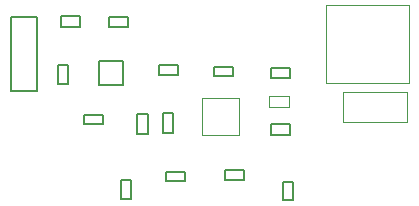
<source format=gbr>
G04*
G04 #@! TF.GenerationSoftware,Altium Limited,Altium Designer,25.3.3 (18)*
G04*
G04 Layer_Color=16711935*
%FSLAX44Y44*%
%MOMM*%
G71*
G04*
G04 #@! TF.SameCoordinates,BFC568DA-C1B5-42DE-8167-96A376B3F609*
G04*
G04*
G04 #@! TF.FilePolarity,Positive*
G04*
G01*
G75*
%ADD11C,0.2000*%
%ADD12C,0.1270*%
%ADD44C,0.1000*%
D11*
X400480Y1138173D02*
Y1200173D01*
X422480D01*
Y1138173D02*
Y1200173D01*
X400480Y1138173D02*
X422480D01*
X531843Y1061530D02*
X547844D01*
X531843D02*
Y1069530D01*
X547844D01*
Y1061530D02*
Y1069530D01*
X581280Y1070800D02*
X597280D01*
Y1062800D02*
Y1070800D01*
X581280Y1062800D02*
X597280D01*
X581280D02*
Y1070800D01*
X440500Y1143980D02*
Y1159980D01*
X448500D01*
Y1143980D02*
Y1159980D01*
X440500Y1143980D02*
X448500D01*
X493840Y1046190D02*
Y1062190D01*
X501840D01*
Y1046190D02*
Y1062190D01*
X493840Y1046190D02*
X501840D01*
X620401Y1109648D02*
X636900D01*
Y1100148D02*
Y1109648D01*
X620401Y1100148D02*
X636900D01*
X620401D02*
Y1109648D01*
X572243Y1150430D02*
X588243D01*
X572243D02*
Y1158430D01*
X588243D01*
Y1150430D02*
Y1158430D01*
X475141Y1163160D02*
X495141D01*
Y1143160D02*
Y1163160D01*
X475141Y1143160D02*
X495141D01*
X475141D02*
Y1163160D01*
X630750Y1045614D02*
Y1061114D01*
X639250D01*
Y1045614D02*
Y1061114D01*
X630750Y1045614D02*
X639250D01*
X525310Y1159700D02*
X541310D01*
Y1151700D02*
Y1159700D01*
X525310Y1151700D02*
X541310D01*
X525310D02*
Y1159700D01*
X461990Y1117790D02*
X477990D01*
Y1109790D02*
Y1117790D01*
X461990Y1109790D02*
X477990D01*
X461990D02*
Y1117790D01*
X442600Y1191590D02*
X459099D01*
X442600D02*
Y1201090D01*
X459099D01*
Y1191590D02*
Y1201090D01*
X620650Y1149160D02*
X636650D01*
X620650D02*
Y1157160D01*
X636650D01*
Y1149160D02*
Y1157160D01*
X483573Y1200340D02*
X499573D01*
Y1192340D02*
Y1200340D01*
X483573Y1192340D02*
X499573D01*
X483573D02*
Y1200340D01*
D12*
X528900Y1102170D02*
X537900D01*
X528900Y1119170D02*
X537900D01*
X528900Y1102170D02*
Y1119170D01*
X537900Y1102170D02*
Y1119170D01*
X507310Y1101480D02*
X516310D01*
X507310Y1118480D02*
X516310D01*
X507310Y1101480D02*
Y1118480D01*
X516310Y1101480D02*
Y1118480D01*
D44*
X681360Y1111250D02*
Y1136650D01*
X735960D01*
Y1111250D02*
Y1136650D01*
X681360Y1111250D02*
X735960D01*
X562350Y1100831D02*
Y1131831D01*
X593350Y1100831D02*
Y1131831D01*
X562350D02*
X593350D01*
X562350Y1100831D02*
X593350D01*
X619131Y1133780D02*
X635631D01*
X619131Y1124280D02*
X635631D01*
X619131D02*
Y1133780D01*
X635631Y1124280D02*
Y1133780D01*
X736910Y1144290D02*
Y1210290D01*
X667010Y1144290D02*
Y1210290D01*
X736910D01*
X667010Y1144290D02*
X736910D01*
M02*

</source>
